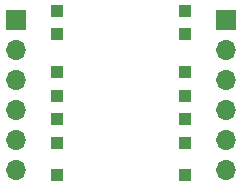
<source format=gbs>
%TF.GenerationSoftware,KiCad,Pcbnew,8.0.3*%
%TF.CreationDate,2024-08-11T06:13:30+12:00*%
%TF.ProjectId,soic-8,736f6963-2d38-42e6-9b69-6361645f7063,rev?*%
%TF.SameCoordinates,Original*%
%TF.FileFunction,Soldermask,Bot*%
%TF.FilePolarity,Negative*%
%FSLAX46Y46*%
G04 Gerber Fmt 4.6, Leading zero omitted, Abs format (unit mm)*
G04 Created by KiCad (PCBNEW 8.0.3) date 2024-08-11 06:13:30*
%MOMM*%
%LPD*%
G01*
G04 APERTURE LIST*
%ADD10R,1.000000X1.000000*%
%ADD11R,1.700000X1.700000*%
%ADD12O,1.700000X1.700000*%
G04 APERTURE END LIST*
D10*
%TO.C,TP105*%
X-28500000Y-13800000D03*
%TD*%
%TO.C,TP102*%
X-28500000Y-10600000D03*
%TD*%
%TO.C,TP103*%
X-17700000Y-10600000D03*
%TD*%
%TO.C,TP104*%
X-17700000Y-8600000D03*
%TD*%
%TO.C,TP107*%
X-28500000Y-17800000D03*
%TD*%
%TO.C,TP113*%
X-28500000Y-22500000D03*
%TD*%
%TO.C,TP108*%
X-28500000Y-19800000D03*
%TD*%
%TO.C,TP110*%
X-17700000Y-17800000D03*
%TD*%
%TO.C,TP111*%
X-17700000Y-15800000D03*
%TD*%
%TO.C,TP109*%
X-17700000Y-19800000D03*
%TD*%
%TO.C,TP112*%
X-17700000Y-13800000D03*
%TD*%
%TO.C,TP114*%
X-17700000Y-22500000D03*
%TD*%
%TO.C,TP106*%
X-28500000Y-15800000D03*
%TD*%
%TO.C,TP101*%
X-28500000Y-8600000D03*
%TD*%
D11*
%TO.C,J102*%
X-14220000Y-9380000D03*
D12*
X-14220000Y-11920000D03*
X-14220000Y-14460000D03*
X-14220000Y-17000000D03*
X-14220000Y-19540000D03*
X-14220000Y-22080000D03*
%TD*%
D11*
%TO.C,J101*%
X-32000000Y-9380000D03*
D12*
X-32000000Y-11920000D03*
X-32000000Y-14460000D03*
X-32000000Y-17000000D03*
X-32000000Y-19540000D03*
X-32000000Y-22080000D03*
%TD*%
M02*

</source>
